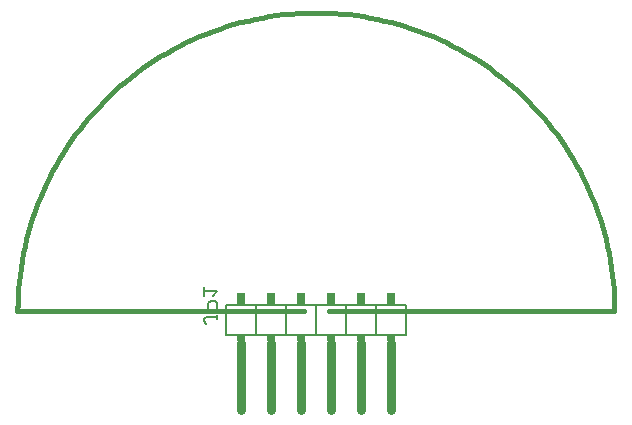
<source format=gbo>
G75*
%MOIN*%
%OFA0B0*%
%FSLAX25Y25*%
%IPPOS*%
%LPD*%
%AMOC8*
5,1,8,0,0,1.08239X$1,22.5*
%
%ADD10C,0.01600*%
%ADD11C,0.00600*%
%ADD12C,0.03000*%
%ADD13C,0.00500*%
%ADD14R,0.03000X0.02000*%
%ADD15R,0.03000X0.04000*%
D10*
X0001800Y0035590D02*
X0097300Y0035590D01*
X0001800Y0035590D02*
X0001830Y0038013D01*
X0001918Y0040434D01*
X0002065Y0042853D01*
X0002272Y0045267D01*
X0002537Y0047676D01*
X0002860Y0050077D01*
X0003242Y0052470D01*
X0003682Y0054853D01*
X0004180Y0057224D01*
X0004736Y0059583D01*
X0005349Y0061927D01*
X0006019Y0064256D01*
X0006745Y0066568D01*
X0007527Y0068861D01*
X0008365Y0071134D01*
X0009258Y0073387D01*
X0010206Y0075617D01*
X0011208Y0077823D01*
X0012263Y0080005D01*
X0013371Y0082160D01*
X0014531Y0084287D01*
X0015743Y0086386D01*
X0017005Y0088454D01*
X0018317Y0090491D01*
X0019679Y0092495D01*
X0021089Y0094466D01*
X0022546Y0096402D01*
X0024050Y0098301D01*
X0025600Y0100164D01*
X0027195Y0101988D01*
X0028834Y0103773D01*
X0030516Y0105517D01*
X0032240Y0107220D01*
X0034004Y0108881D01*
X0035809Y0110498D01*
X0037653Y0112070D01*
X0039534Y0113598D01*
X0041452Y0115079D01*
X0043405Y0116512D01*
X0045393Y0117898D01*
X0047414Y0119235D01*
X0049466Y0120523D01*
X0051550Y0121760D01*
X0053663Y0122945D01*
X0055804Y0124080D01*
X0057973Y0125161D01*
X0060167Y0126190D01*
X0062385Y0127164D01*
X0064627Y0128085D01*
X0066890Y0128951D01*
X0069173Y0129761D01*
X0071476Y0130515D01*
X0073796Y0131213D01*
X0076133Y0131855D01*
X0078485Y0132439D01*
X0080850Y0132966D01*
X0083227Y0133435D01*
X0085615Y0133846D01*
X0088012Y0134199D01*
X0090418Y0134493D01*
X0092829Y0134729D01*
X0095246Y0134906D01*
X0097666Y0135024D01*
X0100088Y0135083D01*
X0102512Y0135083D01*
X0104934Y0135024D01*
X0107354Y0134906D01*
X0109771Y0134729D01*
X0112182Y0134493D01*
X0114588Y0134199D01*
X0116985Y0133846D01*
X0119373Y0133435D01*
X0121750Y0132966D01*
X0124115Y0132439D01*
X0126467Y0131855D01*
X0128804Y0131213D01*
X0131124Y0130515D01*
X0133427Y0129761D01*
X0135710Y0128951D01*
X0137973Y0128085D01*
X0140215Y0127164D01*
X0142433Y0126190D01*
X0144627Y0125161D01*
X0146796Y0124080D01*
X0148937Y0122945D01*
X0151050Y0121760D01*
X0153134Y0120523D01*
X0155186Y0119235D01*
X0157207Y0117898D01*
X0159195Y0116512D01*
X0161148Y0115079D01*
X0163066Y0113598D01*
X0164947Y0112070D01*
X0166791Y0110498D01*
X0168596Y0108881D01*
X0170360Y0107220D01*
X0172084Y0105517D01*
X0173766Y0103773D01*
X0175405Y0101988D01*
X0177000Y0100164D01*
X0178550Y0098301D01*
X0180054Y0096402D01*
X0181511Y0094466D01*
X0182921Y0092495D01*
X0184283Y0090491D01*
X0185595Y0088454D01*
X0186857Y0086386D01*
X0188069Y0084287D01*
X0189229Y0082160D01*
X0190337Y0080005D01*
X0191392Y0077823D01*
X0192394Y0075617D01*
X0193342Y0073387D01*
X0194235Y0071134D01*
X0195073Y0068861D01*
X0195855Y0066568D01*
X0196581Y0064256D01*
X0197251Y0061927D01*
X0197864Y0059583D01*
X0198420Y0057224D01*
X0198918Y0054853D01*
X0199358Y0052470D01*
X0199740Y0050077D01*
X0200063Y0047676D01*
X0200328Y0045267D01*
X0200535Y0042853D01*
X0200682Y0040434D01*
X0200770Y0038013D01*
X0200800Y0035590D01*
X0105550Y0035590D01*
X0001800Y0035840D02*
X0001800Y0036840D01*
D11*
X0071200Y0037500D02*
X0071200Y0027500D01*
X0081200Y0027500D01*
X0091200Y0027500D01*
X0101200Y0027500D01*
X0111200Y0027500D01*
X0121200Y0027500D01*
X0131200Y0027500D01*
X0131200Y0037500D01*
X0121200Y0037500D01*
X0121200Y0027500D01*
X0111200Y0027500D02*
X0111200Y0037500D01*
X0121200Y0037500D01*
X0111200Y0037500D02*
X0101200Y0037500D01*
X0101200Y0027500D01*
X0091200Y0027500D02*
X0091200Y0037500D01*
X0101200Y0037500D01*
X0091200Y0037500D02*
X0081200Y0037500D01*
X0081200Y0027500D01*
X0081200Y0037500D02*
X0071200Y0037500D01*
D12*
X0076200Y0025000D02*
X0076200Y0002500D01*
X0086200Y0002500D02*
X0086200Y0025000D01*
X0096200Y0025000D02*
X0096200Y0002500D01*
X0106200Y0002500D02*
X0106200Y0025000D01*
X0116200Y0025000D02*
X0116200Y0002500D01*
X0126200Y0002500D02*
X0126200Y0025000D01*
D13*
X0068454Y0032939D02*
X0068454Y0034441D01*
X0068454Y0033690D02*
X0064701Y0033690D01*
X0063950Y0032939D01*
X0063950Y0032189D01*
X0064701Y0031438D01*
X0065451Y0036042D02*
X0065451Y0038294D01*
X0066202Y0039045D01*
X0067703Y0039045D01*
X0068454Y0038294D01*
X0068454Y0036042D01*
X0063950Y0036042D01*
X0063950Y0040646D02*
X0063950Y0043649D01*
X0063950Y0042147D02*
X0068454Y0042147D01*
X0066953Y0040646D01*
D14*
X0076200Y0026500D03*
X0086200Y0026500D03*
X0096200Y0026500D03*
X0106200Y0026500D03*
X0116200Y0026500D03*
X0126200Y0026500D03*
D15*
X0126200Y0039500D03*
X0116200Y0039500D03*
X0106200Y0039500D03*
X0096200Y0039500D03*
X0086200Y0039500D03*
X0076200Y0039500D03*
M02*

</source>
